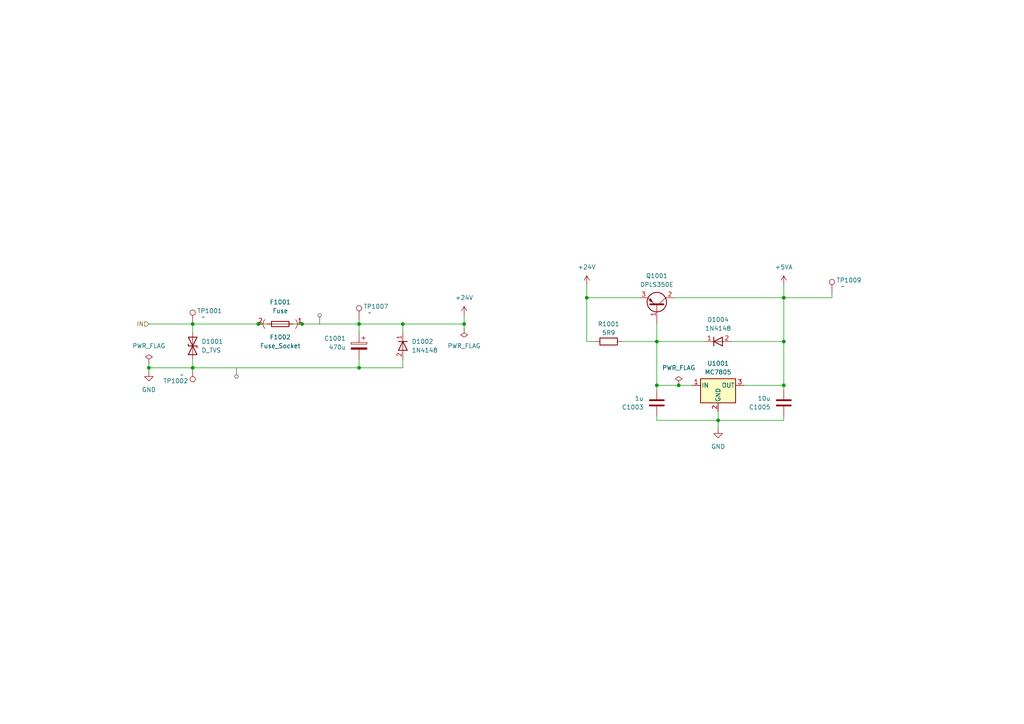
<source format=kicad_sch>
(kicad_sch
	(version 20231120)
	(generator "eeschema")
	(generator_version "8.0")
	(uuid "a768b1f9-9574-4771-884b-3f9a0cfd6706")
	(paper "A4")
	(title_block
		(title "Measurement")
		(date "2025-02-23")
		(rev "0.0.0")
		(company "Open Battery Tester")
		(comment 1 "Power")
	)
	(lib_symbols
		(symbol "Fuse_Socket_1"
			(pin_names
				(offset 0)
			)
			(exclude_from_sim no)
			(in_bom yes)
			(on_board yes)
			(property "Reference" "F"
				(at -0.508 0 90)
				(effects
					(font
						(size 1.27 1.27)
					)
				)
			)
			(property "Value" "Fuse_Socket"
				(at -2.54 0 90)
				(effects
					(font
						(size 1.27 1.27)
					)
				)
			)
			(property "Footprint" ""
				(at -1.778 0 90)
				(effects
					(font
						(size 1.27 1.27)
					)
					(hide yes)
				)
			)
			(property "Datasheet" "~"
				(at -2.54 0 0)
				(effects
					(font
						(size 1.27 1.27)
					)
					(hide yes)
				)
			)
			(property "Description" "Fuse"
				(at 0 0 0)
				(effects
					(font
						(size 1.27 1.27)
					)
					(hide yes)
				)
			)
			(property "ki_keywords" "fuse socket"
				(at 0 0 0)
				(effects
					(font
						(size 1.27 1.27)
					)
					(hide yes)
				)
			)
			(property "ki_fp_filters" "*Fuse*"
				(at 0 0 0)
				(effects
					(font
						(size 1.27 1.27)
					)
					(hide yes)
				)
			)
			(symbol "Fuse_Socket_1_0_1"
				(arc
					(start -1.27 -4.445)
					(mid 0 -4.9711)
					(end 1.27 -4.445)
					(stroke
						(width 0)
						(type default)
					)
					(fill
						(type none)
					)
				)
				(arc
					(start 1.27 4.4448)
					(mid 0 4.9709)
					(end -1.27 4.4448)
					(stroke
						(width 0)
						(type default)
					)
					(fill
						(type none)
					)
				)
			)
			(symbol "Fuse_Socket_1_1_1"
				(pin passive line
					(at 0 6.35 270)
					(length 1.27)
					(name "~"
						(effects
							(font
								(size 1.27 1.27)
							)
						)
					)
					(number "1"
						(effects
							(font
								(size 1.27 1.27)
							)
						)
					)
				)
				(pin passive line
					(at 0 -6.35 90)
					(length 1.27)
					(name "~"
						(effects
							(font
								(size 1.27 1.27)
							)
						)
					)
					(number "2"
						(effects
							(font
								(size 1.27 1.27)
							)
						)
					)
				)
			)
		)
		(symbol "meas:+24V"
			(power)
			(pin_numbers hide)
			(pin_names
				(offset 0) hide)
			(exclude_from_sim no)
			(in_bom yes)
			(on_board yes)
			(property "Reference" "#PWR"
				(at 0 -3.81 0)
				(effects
					(font
						(size 1.27 1.27)
					)
					(hide yes)
				)
			)
			(property "Value" "+24V"
				(at 0 3.556 0)
				(effects
					(font
						(size 1.27 1.27)
					)
				)
			)
			(property "Footprint" ""
				(at 0 0 0)
				(effects
					(font
						(size 1.27 1.27)
					)
					(hide yes)
				)
			)
			(property "Datasheet" ""
				(at 0 0 0)
				(effects
					(font
						(size 1.27 1.27)
					)
					(hide yes)
				)
			)
			(property "Description" "Power symbol creates a global label with name \"+24V\""
				(at 0 0 0)
				(effects
					(font
						(size 1.27 1.27)
					)
					(hide yes)
				)
			)
			(property "ki_keywords" "global power"
				(at 0 0 0)
				(effects
					(font
						(size 1.27 1.27)
					)
					(hide yes)
				)
			)
			(symbol "+24V_0_1"
				(polyline
					(pts
						(xy -0.762 1.27) (xy 0 2.54)
					)
					(stroke
						(width 0)
						(type default)
					)
					(fill
						(type none)
					)
				)
				(polyline
					(pts
						(xy 0 0) (xy 0 2.54)
					)
					(stroke
						(width 0)
						(type default)
					)
					(fill
						(type none)
					)
				)
				(polyline
					(pts
						(xy 0 2.54) (xy 0.762 1.27)
					)
					(stroke
						(width 0)
						(type default)
					)
					(fill
						(type none)
					)
				)
			)
			(symbol "+24V_1_1"
				(pin power_in line
					(at 0 0 90)
					(length 0)
					(name "~"
						(effects
							(font
								(size 1.27 1.27)
							)
						)
					)
					(number "1"
						(effects
							(font
								(size 1.27 1.27)
							)
						)
					)
				)
			)
		)
		(symbol "meas:+5VA"
			(power)
			(pin_numbers hide)
			(pin_names
				(offset 0) hide)
			(exclude_from_sim no)
			(in_bom yes)
			(on_board yes)
			(property "Reference" "#PWR"
				(at 0 -3.81 0)
				(effects
					(font
						(size 1.27 1.27)
					)
					(hide yes)
				)
			)
			(property "Value" "+5VA"
				(at 0 3.556 0)
				(effects
					(font
						(size 1.27 1.27)
					)
				)
			)
			(property "Footprint" ""
				(at 0 0 0)
				(effects
					(font
						(size 1.27 1.27)
					)
					(hide yes)
				)
			)
			(property "Datasheet" ""
				(at 0 0 0)
				(effects
					(font
						(size 1.27 1.27)
					)
					(hide yes)
				)
			)
			(property "Description" "Power symbol creates a global label with name \"+5VA\""
				(at 0 0 0)
				(effects
					(font
						(size 1.27 1.27)
					)
					(hide yes)
				)
			)
			(property "ki_keywords" "global power"
				(at 0 0 0)
				(effects
					(font
						(size 1.27 1.27)
					)
					(hide yes)
				)
			)
			(symbol "+5VA_0_1"
				(polyline
					(pts
						(xy -0.762 1.27) (xy 0 2.54)
					)
					(stroke
						(width 0)
						(type default)
					)
					(fill
						(type none)
					)
				)
				(polyline
					(pts
						(xy 0 0) (xy 0 2.54)
					)
					(stroke
						(width 0)
						(type default)
					)
					(fill
						(type none)
					)
				)
				(polyline
					(pts
						(xy 0 2.54) (xy 0.762 1.27)
					)
					(stroke
						(width 0)
						(type default)
					)
					(fill
						(type none)
					)
				)
			)
			(symbol "+5VA_1_1"
				(pin power_in line
					(at 0 0 90)
					(length 0)
					(name "~"
						(effects
							(font
								(size 1.27 1.27)
							)
						)
					)
					(number "1"
						(effects
							(font
								(size 1.27 1.27)
							)
						)
					)
				)
			)
		)
		(symbol "meas:C"
			(pin_numbers hide)
			(pin_names
				(offset 0.254)
			)
			(exclude_from_sim no)
			(in_bom yes)
			(on_board yes)
			(property "Reference" "C"
				(at 0.635 2.54 0)
				(effects
					(font
						(size 1.27 1.27)
					)
					(justify left)
				)
			)
			(property "Value" "C"
				(at 0.635 -2.54 0)
				(effects
					(font
						(size 1.27 1.27)
					)
					(justify left)
				)
			)
			(property "Footprint" ""
				(at 0.9652 -3.81 0)
				(effects
					(font
						(size 1.27 1.27)
					)
					(hide yes)
				)
			)
			(property "Datasheet" "~"
				(at 0 0 0)
				(effects
					(font
						(size 1.27 1.27)
					)
					(hide yes)
				)
			)
			(property "Description" "Unpolarized capacitor"
				(at 0 0 0)
				(effects
					(font
						(size 1.27 1.27)
					)
					(hide yes)
				)
			)
			(property "ki_keywords" "cap capacitor"
				(at 0 0 0)
				(effects
					(font
						(size 1.27 1.27)
					)
					(hide yes)
				)
			)
			(property "ki_fp_filters" "C_*"
				(at 0 0 0)
				(effects
					(font
						(size 1.27 1.27)
					)
					(hide yes)
				)
			)
			(symbol "C_0_1"
				(polyline
					(pts
						(xy -2.032 -0.762) (xy 2.032 -0.762)
					)
					(stroke
						(width 0.508)
						(type default)
					)
					(fill
						(type none)
					)
				)
				(polyline
					(pts
						(xy -2.032 0.762) (xy 2.032 0.762)
					)
					(stroke
						(width 0.508)
						(type default)
					)
					(fill
						(type none)
					)
				)
			)
			(symbol "C_1_1"
				(pin passive line
					(at 0 3.81 270)
					(length 2.794)
					(name "~"
						(effects
							(font
								(size 1.27 1.27)
							)
						)
					)
					(number "1"
						(effects
							(font
								(size 1.27 1.27)
							)
						)
					)
				)
				(pin passive line
					(at 0 -3.81 90)
					(length 2.794)
					(name "~"
						(effects
							(font
								(size 1.27 1.27)
							)
						)
					)
					(number "2"
						(effects
							(font
								(size 1.27 1.27)
							)
						)
					)
				)
			)
		)
		(symbol "meas:C_Polarized"
			(pin_numbers hide)
			(pin_names
				(offset 0.254)
			)
			(exclude_from_sim no)
			(in_bom yes)
			(on_board yes)
			(property "Reference" "C"
				(at 0.635 2.54 0)
				(effects
					(font
						(size 1.27 1.27)
					)
					(justify left)
				)
			)
			(property "Value" "C_Polarized"
				(at 0.635 -2.54 0)
				(effects
					(font
						(size 1.27 1.27)
					)
					(justify left)
				)
			)
			(property "Footprint" ""
				(at 0.9652 -3.81 0)
				(effects
					(font
						(size 1.27 1.27)
					)
					(hide yes)
				)
			)
			(property "Datasheet" "~"
				(at 0 0 0)
				(effects
					(font
						(size 1.27 1.27)
					)
					(hide yes)
				)
			)
			(property "Description" "Polarized capacitor"
				(at 0 0 0)
				(effects
					(font
						(size 1.27 1.27)
					)
					(hide yes)
				)
			)
			(property "ki_keywords" "cap capacitor"
				(at 0 0 0)
				(effects
					(font
						(size 1.27 1.27)
					)
					(hide yes)
				)
			)
			(property "ki_fp_filters" "CP_*"
				(at 0 0 0)
				(effects
					(font
						(size 1.27 1.27)
					)
					(hide yes)
				)
			)
			(symbol "C_Polarized_0_1"
				(rectangle
					(start -2.286 -0.508)
					(end 2.286 -1.016)
					(stroke
						(width 0)
						(type default)
					)
					(fill
						(type outline)
					)
				)
				(rectangle
					(start -2.286 0.508)
					(end 2.286 1.016)
					(stroke
						(width 0)
						(type default)
					)
					(fill
						(type none)
					)
				)
				(polyline
					(pts
						(xy -1.778 2.286) (xy -0.762 2.286)
					)
					(stroke
						(width 0)
						(type default)
					)
					(fill
						(type none)
					)
				)
				(polyline
					(pts
						(xy -1.27 2.794) (xy -1.27 1.778)
					)
					(stroke
						(width 0)
						(type default)
					)
					(fill
						(type none)
					)
				)
			)
			(symbol "C_Polarized_1_1"
				(pin passive line
					(at 0 3.81 270)
					(length 2.794)
					(name "~"
						(effects
							(font
								(size 1.27 1.27)
							)
						)
					)
					(number "1"
						(effects
							(font
								(size 1.27 1.27)
							)
						)
					)
				)
				(pin passive line
					(at 0 -3.81 90)
					(length 2.794)
					(name "~"
						(effects
							(font
								(size 1.27 1.27)
							)
						)
					)
					(number "2"
						(effects
							(font
								(size 1.27 1.27)
							)
						)
					)
				)
			)
		)
		(symbol "meas:D"
			(pin_names
				(offset 1.016) hide)
			(exclude_from_sim no)
			(in_bom yes)
			(on_board yes)
			(property "Reference" "D"
				(at 0 2.54 0)
				(effects
					(font
						(size 1.27 1.27)
					)
				)
			)
			(property "Value" "D"
				(at 0 -2.54 0)
				(effects
					(font
						(size 1.27 1.27)
					)
				)
			)
			(property "Footprint" ""
				(at 0 0 0)
				(effects
					(font
						(size 1.27 1.27)
					)
					(hide yes)
				)
			)
			(property "Datasheet" "~"
				(at 0 0 0)
				(effects
					(font
						(size 1.27 1.27)
					)
					(hide yes)
				)
			)
			(property "Description" "Diode"
				(at 0 0 0)
				(effects
					(font
						(size 1.27 1.27)
					)
					(hide yes)
				)
			)
			(property "Sim.Device" "D"
				(at 0 0 0)
				(effects
					(font
						(size 1.27 1.27)
					)
					(hide yes)
				)
			)
			(property "Sim.Pins" "1=K 2=A"
				(at 0 0 0)
				(effects
					(font
						(size 1.27 1.27)
					)
					(hide yes)
				)
			)
			(property "ki_keywords" "diode"
				(at 0 0 0)
				(effects
					(font
						(size 1.27 1.27)
					)
					(hide yes)
				)
			)
			(property "ki_fp_filters" "TO-???* *_Diode_* *SingleDiode* D_*"
				(at 0 0 0)
				(effects
					(font
						(size 1.27 1.27)
					)
					(hide yes)
				)
			)
			(symbol "D_0_1"
				(polyline
					(pts
						(xy -1.27 1.27) (xy -1.27 -1.27)
					)
					(stroke
						(width 0.254)
						(type default)
					)
					(fill
						(type none)
					)
				)
				(polyline
					(pts
						(xy 1.27 0) (xy -1.27 0)
					)
					(stroke
						(width 0)
						(type default)
					)
					(fill
						(type none)
					)
				)
				(polyline
					(pts
						(xy 1.27 1.27) (xy 1.27 -1.27) (xy -1.27 0) (xy 1.27 1.27)
					)
					(stroke
						(width 0.254)
						(type default)
					)
					(fill
						(type none)
					)
				)
			)
			(symbol "D_1_1"
				(pin passive line
					(at -3.81 0 0)
					(length 2.54)
					(name "K"
						(effects
							(font
								(size 1.27 1.27)
							)
						)
					)
					(number "1"
						(effects
							(font
								(size 1.27 1.27)
							)
						)
					)
				)
				(pin passive line
					(at 3.81 0 180)
					(length 2.54)
					(name "A"
						(effects
							(font
								(size 1.27 1.27)
							)
						)
					)
					(number "2"
						(effects
							(font
								(size 1.27 1.27)
							)
						)
					)
				)
			)
		)
		(symbol "meas:D_TVS"
			(pin_numbers hide)
			(pin_names
				(offset 1.016) hide)
			(exclude_from_sim no)
			(in_bom yes)
			(on_board yes)
			(property "Reference" "D"
				(at 0 2.54 0)
				(effects
					(font
						(size 1.27 1.27)
					)
				)
			)
			(property "Value" "D_TVS"
				(at 0 -2.54 0)
				(effects
					(font
						(size 1.27 1.27)
					)
				)
			)
			(property "Footprint" ""
				(at 0 0 0)
				(effects
					(font
						(size 1.27 1.27)
					)
					(hide yes)
				)
			)
			(property "Datasheet" "~"
				(at 0 0 0)
				(effects
					(font
						(size 1.27 1.27)
					)
					(hide yes)
				)
			)
			(property "Description" "Bidirectional transient-voltage-suppression diode"
				(at 0 0 0)
				(effects
					(font
						(size 1.27 1.27)
					)
					(hide yes)
				)
			)
			(property "ki_keywords" "diode TVS thyrector"
				(at 0 0 0)
				(effects
					(font
						(size 1.27 1.27)
					)
					(hide yes)
				)
			)
			(property "ki_fp_filters" "TO-???* *_Diode_* *SingleDiode* D_*"
				(at 0 0 0)
				(effects
					(font
						(size 1.27 1.27)
					)
					(hide yes)
				)
			)
			(symbol "D_TVS_0_1"
				(polyline
					(pts
						(xy 1.27 0) (xy -1.27 0)
					)
					(stroke
						(width 0)
						(type default)
					)
					(fill
						(type none)
					)
				)
				(polyline
					(pts
						(xy 0.508 1.27) (xy 0 1.27) (xy 0 -1.27) (xy -0.508 -1.27)
					)
					(stroke
						(width 0.254)
						(type default)
					)
					(fill
						(type none)
					)
				)
				(polyline
					(pts
						(xy -2.54 1.27) (xy -2.54 -1.27) (xy 2.54 1.27) (xy 2.54 -1.27) (xy -2.54 1.27)
					)
					(stroke
						(width 0.254)
						(type default)
					)
					(fill
						(type none)
					)
				)
			)
			(symbol "D_TVS_1_1"
				(pin passive line
					(at -3.81 0 0)
					(length 2.54)
					(name "A1"
						(effects
							(font
								(size 1.27 1.27)
							)
						)
					)
					(number "1"
						(effects
							(font
								(size 1.27 1.27)
							)
						)
					)
				)
				(pin passive line
					(at 3.81 0 180)
					(length 2.54)
					(name "A2"
						(effects
							(font
								(size 1.27 1.27)
							)
						)
					)
					(number "2"
						(effects
							(font
								(size 1.27 1.27)
							)
						)
					)
				)
			)
		)
		(symbol "meas:Fuse"
			(pin_numbers hide)
			(pin_names
				(offset 0)
			)
			(exclude_from_sim no)
			(in_bom yes)
			(on_board yes)
			(property "Reference" "F"
				(at 2.032 0 90)
				(effects
					(font
						(size 1.27 1.27)
					)
				)
			)
			(property "Value" "Fuse"
				(at -1.905 0 90)
				(effects
					(font
						(size 1.27 1.27)
					)
				)
			)
			(property "Footprint" ""
				(at -1.778 0 90)
				(effects
					(font
						(size 1.27 1.27)
					)
					(hide yes)
				)
			)
			(property "Datasheet" "~"
				(at 0 0 0)
				(effects
					(font
						(size 1.27 1.27)
					)
					(hide yes)
				)
			)
			(property "Description" "Fuse"
				(at 0 0 0)
				(effects
					(font
						(size 1.27 1.27)
					)
					(hide yes)
				)
			)
			(property "ki_keywords" "fuse"
				(at 0 0 0)
				(effects
					(font
						(size 1.27 1.27)
					)
					(hide yes)
				)
			)
			(property "ki_fp_filters" "*Fuse*"
				(at 0 0 0)
				(effects
					(font
						(size 1.27 1.27)
					)
					(hide yes)
				)
			)
			(symbol "Fuse_0_1"
				(rectangle
					(start -0.762 -2.54)
					(end 0.762 2.54)
					(stroke
						(width 0.254)
						(type default)
					)
					(fill
						(type none)
					)
				)
				(polyline
					(pts
						(xy 0 2.54) (xy 0 -2.54)
					)
					(stroke
						(width 0)
						(type default)
					)
					(fill
						(type none)
					)
				)
			)
			(symbol "Fuse_1_1"
				(pin passive line
					(at 0 3.81 270)
					(length 1.27)
					(name "~"
						(effects
							(font
								(size 1.27 1.27)
							)
						)
					)
					(number "1"
						(effects
							(font
								(size 1.27 1.27)
							)
						)
					)
				)
				(pin passive line
					(at 0 -3.81 90)
					(length 1.27)
					(name "~"
						(effects
							(font
								(size 1.27 1.27)
							)
						)
					)
					(number "2"
						(effects
							(font
								(size 1.27 1.27)
							)
						)
					)
				)
			)
		)
		(symbol "meas:GND"
			(power)
			(pin_numbers hide)
			(pin_names
				(offset 0) hide)
			(exclude_from_sim no)
			(in_bom yes)
			(on_board yes)
			(property "Reference" "#PWR"
				(at 0 -6.35 0)
				(effects
					(font
						(size 1.27 1.27)
					)
					(hide yes)
				)
			)
			(property "Value" "GND"
				(at 0 -3.81 0)
				(effects
					(font
						(size 1.27 1.27)
					)
				)
			)
			(property "Footprint" ""
				(at 0 0 0)
				(effects
					(font
						(size 1.27 1.27)
					)
					(hide yes)
				)
			)
			(property "Datasheet" ""
				(at 0 0 0)
				(effects
					(font
						(size 1.27 1.27)
					)
					(hide yes)
				)
			)
			(property "Description" "Power symbol creates a global label with name \"GND\" , ground"
				(at 0 0 0)
				(effects
					(font
						(size 1.27 1.27)
					)
					(hide yes)
				)
			)
			(property "ki_keywords" "global power"
				(at 0 0 0)
				(effects
					(font
						(size 1.27 1.27)
					)
					(hide yes)
				)
			)
			(symbol "GND_0_1"
				(polyline
					(pts
						(xy 0 0) (xy 0 -1.27) (xy 1.27 -1.27) (xy 0 -2.54) (xy -1.27 -1.27) (xy 0 -1.27)
					)
					(stroke
						(width 0)
						(type default)
					)
					(fill
						(type none)
					)
				)
			)
			(symbol "GND_1_1"
				(pin power_in line
					(at 0 0 270)
					(length 0)
					(name "~"
						(effects
							(font
								(size 1.27 1.27)
							)
						)
					)
					(number "1"
						(effects
							(font
								(size 1.27 1.27)
							)
						)
					)
				)
			)
		)
		(symbol "meas:MC7805"
			(pin_names
				(offset 0.254)
			)
			(exclude_from_sim no)
			(in_bom yes)
			(on_board yes)
			(property "Reference" "U"
				(at -3.81 3.175 0)
				(effects
					(font
						(size 1.27 1.27)
					)
				)
			)
			(property "Value" "MC7805"
				(at 0 3.175 0)
				(effects
					(font
						(size 1.27 1.27)
					)
					(justify left)
				)
			)
			(property "Footprint" ""
				(at 0.635 -3.81 0)
				(effects
					(font
						(size 1.27 1.27)
						(italic yes)
					)
					(justify left)
					(hide yes)
				)
			)
			(property "Datasheet" "https://www.mouser.de/datasheet/2/308/1/MC7800_D-2315963.pdf"
				(at 0 -1.27 0)
				(effects
					(font
						(size 1.27 1.27)
					)
					(hide yes)
				)
			)
			(property "Description" "Positive 1A 35V Linear Regulator, Fixed Output 5V, TO-220/D2PAK/DPAK"
				(at 0 0 0)
				(effects
					(font
						(size 1.27 1.27)
					)
					(hide yes)
				)
			)
			(property "ki_keywords" "Voltage Regulator 1.5A Positive"
				(at 0 0 0)
				(effects
					(font
						(size 1.27 1.27)
					)
					(hide yes)
				)
			)
			(symbol "MC7805_0_1"
				(rectangle
					(start -5.08 1.905)
					(end 5.08 -5.08)
					(stroke
						(width 0.254)
						(type default)
					)
					(fill
						(type background)
					)
				)
			)
			(symbol "MC7805_1_1"
				(pin power_in line
					(at -7.62 0 0)
					(length 2.54)
					(name "IN"
						(effects
							(font
								(size 1.27 1.27)
							)
						)
					)
					(number "1"
						(effects
							(font
								(size 1.27 1.27)
							)
						)
					)
				)
				(pin power_in line
					(at 0 -7.62 90)
					(length 2.54)
					(name "GND"
						(effects
							(font
								(size 1.27 1.27)
							)
						)
					)
					(number "2"
						(effects
							(font
								(size 1.27 1.27)
							)
						)
					)
				)
				(pin power_out line
					(at 7.62 0 180)
					(length 2.54)
					(name "OUT"
						(effects
							(font
								(size 1.27 1.27)
							)
						)
					)
					(number "3"
						(effects
							(font
								(size 1.27 1.27)
							)
						)
					)
				)
			)
		)
		(symbol "meas:PWR_FLAG"
			(power)
			(pin_numbers hide)
			(pin_names
				(offset 0) hide)
			(exclude_from_sim no)
			(in_bom yes)
			(on_board yes)
			(property "Reference" "#FLG"
				(at 0 1.905 0)
				(effects
					(font
						(size 1.27 1.27)
					)
					(hide yes)
				)
			)
			(property "Value" "PWR_FLAG"
				(at 0 3.81 0)
				(effects
					(font
						(size 1.27 1.27)
					)
				)
			)
			(property "Footprint" ""
				(at 0 0 0)
				(effects
					(font
						(size 1.27 1.27)
					)
					(hide yes)
				)
			)
			(property "Datasheet" "~"
				(at 0 0 0)
				(effects
					(font
						(size 1.27 1.27)
					)
					(hide yes)
				)
			)
			(property "Description" "Special symbol for telling ERC where power comes from"
				(at 0 0 0)
				(effects
					(font
						(size 1.27 1.27)
					)
					(hide yes)
				)
			)
			(property "ki_keywords" "flag power"
				(at 0 0 0)
				(effects
					(font
						(size 1.27 1.27)
					)
					(hide yes)
				)
			)
			(symbol "PWR_FLAG_0_0"
				(pin power_out line
					(at 0 0 90)
					(length 0)
					(name "~"
						(effects
							(font
								(size 1.27 1.27)
							)
						)
					)
					(number "1"
						(effects
							(font
								(size 1.27 1.27)
							)
						)
					)
				)
			)
			(symbol "PWR_FLAG_0_1"
				(polyline
					(pts
						(xy 0 0) (xy 0 1.27) (xy -1.016 1.905) (xy 0 2.54) (xy 1.016 1.905) (xy 0 1.27)
					)
					(stroke
						(width 0)
						(type default)
					)
					(fill
						(type none)
					)
				)
			)
		)
		(symbol "meas:Q_PNP_BCE"
			(pin_names
				(offset 0) hide)
			(exclude_from_sim no)
			(in_bom yes)
			(on_board yes)
			(property "Reference" "Q"
				(at 5.08 1.27 0)
				(effects
					(font
						(size 1.27 1.27)
					)
					(justify left)
				)
			)
			(property "Value" "Q_PNP_BCE"
				(at 5.08 -1.27 0)
				(effects
					(font
						(size 1.27 1.27)
					)
					(justify left)
				)
			)
			(property "Footprint" ""
				(at 5.08 2.54 0)
				(effects
					(font
						(size 1.27 1.27)
					)
					(hide yes)
				)
			)
			(property "Datasheet" "~"
				(at 0 0 0)
				(effects
					(font
						(size 1.27 1.27)
					)
					(hide yes)
				)
			)
			(property "Description" "PNP transistor, base/collector/emitter"
				(at 0 0 0)
				(effects
					(font
						(size 1.27 1.27)
					)
					(hide yes)
				)
			)
			(property "ki_keywords" "transistor PNP"
				(at 0 0 0)
				(effects
					(font
						(size 1.27 1.27)
					)
					(hide yes)
				)
			)
			(symbol "Q_PNP_BCE_0_1"
				(polyline
					(pts
						(xy 0.635 0.635) (xy 2.54 2.54)
					)
					(stroke
						(width 0)
						(type default)
					)
					(fill
						(type none)
					)
				)
				(polyline
					(pts
						(xy 0.635 -0.635) (xy 2.54 -2.54) (xy 2.54 -2.54)
					)
					(stroke
						(width 0)
						(type default)
					)
					(fill
						(type none)
					)
				)
				(polyline
					(pts
						(xy 0.635 1.905) (xy 0.635 -1.905) (xy 0.635 -1.905)
					)
					(stroke
						(width 0.508)
						(type default)
					)
					(fill
						(type none)
					)
				)
				(polyline
					(pts
						(xy 2.286 -1.778) (xy 1.778 -2.286) (xy 1.27 -1.27) (xy 2.286 -1.778) (xy 2.286 -1.778)
					)
					(stroke
						(width 0)
						(type default)
					)
					(fill
						(type outline)
					)
				)
				(circle
					(center 1.27 0)
					(radius 2.8194)
					(stroke
						(width 0.254)
						(type default)
					)
					(fill
						(type none)
					)
				)
			)
			(symbol "Q_PNP_BCE_1_1"
				(pin input line
					(at -5.08 0 0)
					(length 5.715)
					(name "B"
						(effects
							(font
								(size 1.27 1.27)
							)
						)
					)
					(number "1"
						(effects
							(font
								(size 1.27 1.27)
							)
						)
					)
				)
				(pin passive line
					(at 2.54 5.08 270)
					(length 2.54)
					(name "C"
						(effects
							(font
								(size 1.27 1.27)
							)
						)
					)
					(number "2"
						(effects
							(font
								(size 1.27 1.27)
							)
						)
					)
				)
				(pin passive line
					(at 2.54 -5.08 90)
					(length 2.54)
					(name "E"
						(effects
							(font
								(size 1.27 1.27)
							)
						)
					)
					(number "3"
						(effects
							(font
								(size 1.27 1.27)
							)
						)
					)
				)
			)
		)
		(symbol "meas:R"
			(pin_numbers hide)
			(pin_names
				(offset 0)
			)
			(exclude_from_sim no)
			(in_bom yes)
			(on_board yes)
			(property "Reference" "R"
				(at 2.032 0 90)
				(effects
					(font
						(size 1.27 1.27)
					)
				)
			)
			(property "Value" "R"
				(at 0 0 90)
				(effects
					(font
						(size 1.27 1.27)
					)
				)
			)
			(property "Footprint" ""
				(at -1.778 0 90)
				(effects
					(font
						(size 1.27 1.27)
					)
					(hide yes)
				)
			)
			(property "Datasheet" "~"
				(at 0 0 0)
				(effects
					(font
						(size 1.27 1.27)
					)
					(hide yes)
				)
			)
			(property "Description" "Resistor"
				(at 0 0 0)
				(effects
					(font
						(size 1.27 1.27)
					)
					(hide yes)
				)
			)
			(property "ki_keywords" "R res resistor"
				(at 0 0 0)
				(effects
					(font
						(size 1.27 1.27)
					)
					(hide yes)
				)
			)
			(property "ki_fp_filters" "R_*"
				(at 0 0 0)
				(effects
					(font
						(size 1.27 1.27)
					)
					(hide yes)
				)
			)
			(symbol "R_0_1"
				(rectangle
					(start -1.016 -2.54)
					(end 1.016 2.54)
					(stroke
						(width 0.254)
						(type default)
					)
					(fill
						(type none)
					)
				)
			)
			(symbol "R_1_1"
				(pin passive line
					(at 0 3.81 270)
					(length 1.27)
					(name "~"
						(effects
							(font
								(size 1.27 1.27)
							)
						)
					)
					(number "1"
						(effects
							(font
								(size 1.27 1.27)
							)
						)
					)
				)
				(pin passive line
					(at 0 -3.81 90)
					(length 1.27)
					(name "~"
						(effects
							(font
								(size 1.27 1.27)
							)
						)
					)
					(number "2"
						(effects
							(font
								(size 1.27 1.27)
							)
						)
					)
				)
			)
		)
		(symbol "meas:TestPoint"
			(pin_numbers hide)
			(pin_names
				(offset 0.762) hide)
			(exclude_from_sim no)
			(in_bom yes)
			(on_board yes)
			(property "Reference" "TP"
				(at 0 6.858 0)
				(effects
					(font
						(size 1.27 1.27)
					)
				)
			)
			(property "Value" "TestPoint"
				(at 0 5.08 0)
				(effects
					(font
						(size 1.27 1.27)
					)
				)
			)
			(property "Footprint" ""
				(at 5.08 0 0)
				(effects
					(font
						(size 1.27 1.27)
					)
					(hide yes)
				)
			)
			(property "Datasheet" "~"
				(at 5.08 0 0)
				(effects
					(font
						(size 1.27 1.27)
					)
					(hide yes)
				)
			)
			(property "Description" "test point"
				(at 0 0 0)
				(effects
					(font
						(size 1.27 1.27)
					)
					(hide yes)
				)
			)
			(property "ki_keywords" "test point tp"
				(at 0 0 0)
				(effects
					(font
						(size 1.27 1.27)
					)
					(hide yes)
				)
			)
			(property "ki_fp_filters" "Pin* Test*"
				(at 0 0 0)
				(effects
					(font
						(size 1.27 1.27)
					)
					(hide yes)
				)
			)
			(symbol "TestPoint_0_1"
				(circle
					(center 0 3.302)
					(radius 0.762)
					(stroke
						(width 0)
						(type default)
					)
					(fill
						(type none)
					)
				)
			)
			(symbol "TestPoint_1_1"
				(pin passive line
					(at 0 0 90)
					(length 2.54)
					(name "1"
						(effects
							(font
								(size 1.27 1.27)
							)
						)
					)
					(number "1"
						(effects
							(font
								(size 1.27 1.27)
							)
						)
					)
				)
			)
		)
	)
	(junction
		(at 190.5 111.76)
		(diameter 0)
		(color 0 0 0 0)
		(uuid "072f2b9c-865e-4f90-94fd-c68fd33b1dda")
	)
	(junction
		(at 104.14 106.68)
		(diameter 0)
		(color 0 0 0 0)
		(uuid "099ca269-e77d-4ac2-a0b3-68f546e0c61e")
	)
	(junction
		(at 227.33 86.36)
		(diameter 0)
		(color 0 0 0 0)
		(uuid "0d309840-688a-41c6-8ad8-ffd89939aca7")
	)
	(junction
		(at 227.33 99.06)
		(diameter 0)
		(color 0 0 0 0)
		(uuid "138e89c3-cd60-4c9e-9ce7-e868dcffb0ad")
	)
	(junction
		(at 208.28 121.92)
		(diameter 0)
		(color 0 0 0 0)
		(uuid "1c15006b-9a9a-4dee-ae42-176db04ea91b")
	)
	(junction
		(at 190.5 99.06)
		(diameter 0)
		(color 0 0 0 0)
		(uuid "2cdaee6e-56a4-4512-8220-39324b3ef175")
	)
	(junction
		(at 196.85 111.76)
		(diameter 0)
		(color 0 0 0 0)
		(uuid "2edeb345-8567-4892-88bf-ca4635277cca")
	)
	(junction
		(at 74.93 93.98)
		(diameter 0)
		(color 0 0 0 0)
		(uuid "6065400b-6144-4a7f-98ad-9f6b1ee3f712")
	)
	(junction
		(at 55.88 93.98)
		(diameter 0)
		(color 0 0 0 0)
		(uuid "7aa213e3-e24c-4e77-af30-c3d0214150e0")
	)
	(junction
		(at 87.63 93.98)
		(diameter 0)
		(color 0 0 0 0)
		(uuid "822ab684-81e1-44ee-ace8-7a6671b0c592")
	)
	(junction
		(at 104.14 93.98)
		(diameter 0)
		(color 0 0 0 0)
		(uuid "8859b8f5-4381-4a7d-a2ff-c62a4f9bad1f")
	)
	(junction
		(at 227.33 111.76)
		(diameter 0)
		(color 0 0 0 0)
		(uuid "959cb1ad-a9fb-4183-9807-1aadfd4b3b1a")
	)
	(junction
		(at 170.18 86.36)
		(diameter 0)
		(color 0 0 0 0)
		(uuid "a7d054cf-8a9b-4d11-b3a8-334c513e3118")
	)
	(junction
		(at 134.62 93.98)
		(diameter 0)
		(color 0 0 0 0)
		(uuid "c51bbb33-cdd8-41c3-9648-92ffbf93ca87")
	)
	(junction
		(at 116.84 93.98)
		(diameter 0)
		(color 0 0 0 0)
		(uuid "eb7b7e2b-d004-4440-83ed-70547f94226b")
	)
	(junction
		(at 43.18 106.68)
		(diameter 0)
		(color 0 0 0 0)
		(uuid "ecb0b838-20d1-428d-af60-90af36ad2d47")
	)
	(junction
		(at 55.88 106.68)
		(diameter 0)
		(color 0 0 0 0)
		(uuid "f6fe9bf2-10b7-40f5-969d-b4673e6fcb0a")
	)
	(wire
		(pts
			(xy 170.18 99.06) (xy 170.18 86.36)
		)
		(stroke
			(width 0)
			(type default)
		)
		(uuid "01a47539-750e-4726-8d07-2269cde58f7e")
	)
	(wire
		(pts
			(xy 104.14 93.98) (xy 104.14 96.52)
		)
		(stroke
			(width 0)
			(type default)
		)
		(uuid "030c4e86-e1bb-4dde-a089-7510bde3f68e")
	)
	(wire
		(pts
			(xy 116.84 106.68) (xy 116.84 104.14)
		)
		(stroke
			(width 0)
			(type default)
		)
		(uuid "178f480f-5fd1-4576-8bbe-dc7141937112")
	)
	(wire
		(pts
			(xy 195.58 86.36) (xy 227.33 86.36)
		)
		(stroke
			(width 0)
			(type default)
		)
		(uuid "181226f1-c217-4cc6-ada4-fb277977fd82")
	)
	(wire
		(pts
			(xy 104.14 104.14) (xy 104.14 106.68)
		)
		(stroke
			(width 0)
			(type default)
		)
		(uuid "1c6a4206-cf62-486e-980a-9a9bcbfd8b92")
	)
	(wire
		(pts
			(xy 170.18 86.36) (xy 185.42 86.36)
		)
		(stroke
			(width 0)
			(type default)
		)
		(uuid "1fd1446c-4bae-4bf5-940b-5e35bc60562e")
	)
	(wire
		(pts
			(xy 212.09 99.06) (xy 227.33 99.06)
		)
		(stroke
			(width 0)
			(type default)
		)
		(uuid "2052455c-b9a0-4ca4-99d0-39e60031ae15")
	)
	(wire
		(pts
			(xy 87.63 93.98) (xy 104.14 93.98)
		)
		(stroke
			(width 0)
			(type default)
		)
		(uuid "21b3ad1a-d5f4-42fe-ab98-5a4210016e14")
	)
	(wire
		(pts
			(xy 134.62 93.98) (xy 134.62 95.25)
		)
		(stroke
			(width 0)
			(type default)
		)
		(uuid "3b3ef0ed-2da2-48ac-b90c-2d9519aca7f7")
	)
	(wire
		(pts
			(xy 55.88 106.68) (xy 104.14 106.68)
		)
		(stroke
			(width 0)
			(type default)
		)
		(uuid "3bfab3e0-b79e-4d30-9ffc-78d065cefd34")
	)
	(wire
		(pts
			(xy 227.33 82.55) (xy 227.33 86.36)
		)
		(stroke
			(width 0)
			(type default)
		)
		(uuid "3cae9757-b6fe-4792-be7f-d6262273568d")
	)
	(wire
		(pts
			(xy 55.88 106.68) (xy 55.88 104.14)
		)
		(stroke
			(width 0)
			(type default)
		)
		(uuid "3e8a1273-fcb8-41cc-95b5-d556b2b73e3e")
	)
	(wire
		(pts
			(xy 196.85 111.76) (xy 200.66 111.76)
		)
		(stroke
			(width 0)
			(type default)
		)
		(uuid "40407894-e7a8-43d5-9614-4020ee27c987")
	)
	(wire
		(pts
			(xy 208.28 121.92) (xy 190.5 121.92)
		)
		(stroke
			(width 0)
			(type default)
		)
		(uuid "4e646b56-afad-448c-a7f6-5bdfc514d44c")
	)
	(wire
		(pts
			(xy 55.88 93.98) (xy 55.88 96.52)
		)
		(stroke
			(width 0)
			(type default)
		)
		(uuid "57932d50-7c37-4ec8-9712-f7dfee66569b")
	)
	(wire
		(pts
			(xy 55.88 93.98) (xy 74.93 93.98)
		)
		(stroke
			(width 0)
			(type default)
		)
		(uuid "5db5c7b3-250c-45cf-92ab-d76fdb9b0572")
	)
	(wire
		(pts
			(xy 134.62 91.44) (xy 134.62 93.98)
		)
		(stroke
			(width 0)
			(type default)
		)
		(uuid "5e2b7739-33d0-4eaa-bf60-50db505d8171")
	)
	(wire
		(pts
			(xy 104.14 92.71) (xy 104.14 93.98)
		)
		(stroke
			(width 0)
			(type default)
		)
		(uuid "5f0859da-83c8-446a-b7d4-832803a24824")
	)
	(wire
		(pts
			(xy 172.72 99.06) (xy 170.18 99.06)
		)
		(stroke
			(width 0)
			(type default)
		)
		(uuid "62881230-6cc1-405f-b602-b4d61541f9ab")
	)
	(wire
		(pts
			(xy 227.33 86.36) (xy 241.3 86.36)
		)
		(stroke
			(width 0)
			(type default)
		)
		(uuid "62fb9f43-731c-4075-9b85-42aae343ac50")
	)
	(wire
		(pts
			(xy 104.14 106.68) (xy 116.84 106.68)
		)
		(stroke
			(width 0)
			(type default)
		)
		(uuid "664b074c-3293-4d1b-b2b6-86f857d229b1")
	)
	(wire
		(pts
			(xy 241.3 85.09) (xy 241.3 86.36)
		)
		(stroke
			(width 0)
			(type default)
		)
		(uuid "6cf77bc7-8ba7-4019-86f2-a98c5087b47a")
	)
	(wire
		(pts
			(xy 227.33 86.36) (xy 227.33 99.06)
		)
		(stroke
			(width 0)
			(type default)
		)
		(uuid "6d7e1426-2f50-485a-bc8b-2609bcb25483")
	)
	(wire
		(pts
			(xy 55.88 93.98) (xy 43.18 93.98)
		)
		(stroke
			(width 0)
			(type default)
		)
		(uuid "7029a62a-2400-4df1-a606-5798ed9b8d90")
	)
	(wire
		(pts
			(xy 104.14 93.98) (xy 116.84 93.98)
		)
		(stroke
			(width 0)
			(type default)
		)
		(uuid "719ae6fc-faae-4254-bd0d-b4febb30a2b5")
	)
	(wire
		(pts
			(xy 74.93 93.98) (xy 77.47 93.98)
		)
		(stroke
			(width 0)
			(type default)
		)
		(uuid "71f3cc24-7405-4ec1-a44b-f4941caa301f")
	)
	(wire
		(pts
			(xy 190.5 93.98) (xy 190.5 99.06)
		)
		(stroke
			(width 0)
			(type default)
		)
		(uuid "72e7d56d-286a-4b02-8feb-6e4809ccc25a")
	)
	(wire
		(pts
			(xy 190.5 111.76) (xy 196.85 111.76)
		)
		(stroke
			(width 0)
			(type default)
		)
		(uuid "76543e7b-0969-4514-b47b-b96a3452e501")
	)
	(wire
		(pts
			(xy 116.84 96.52) (xy 116.84 93.98)
		)
		(stroke
			(width 0)
			(type default)
		)
		(uuid "796ddd19-c4df-4360-ba1e-31ac91846dc8")
	)
	(wire
		(pts
			(xy 204.47 99.06) (xy 190.5 99.06)
		)
		(stroke
			(width 0)
			(type default)
		)
		(uuid "7bb4fb4e-94bc-4292-ae2b-098ef8f6dc06")
	)
	(wire
		(pts
			(xy 170.18 82.55) (xy 170.18 86.36)
		)
		(stroke
			(width 0)
			(type default)
		)
		(uuid "7e22bcbb-f7ef-435b-a554-a184919846e8")
	)
	(wire
		(pts
			(xy 43.18 106.68) (xy 55.88 106.68)
		)
		(stroke
			(width 0)
			(type default)
		)
		(uuid "85381d92-d178-4114-8e39-57c269c7a844")
	)
	(wire
		(pts
			(xy 215.9 111.76) (xy 227.33 111.76)
		)
		(stroke
			(width 0)
			(type default)
		)
		(uuid "8cd3a924-bf37-4eca-957f-18481f89d56c")
	)
	(wire
		(pts
			(xy 227.33 99.06) (xy 227.33 111.76)
		)
		(stroke
			(width 0)
			(type default)
		)
		(uuid "98989e7b-e0b6-47b2-b981-4c291fd219e6")
	)
	(wire
		(pts
			(xy 208.28 119.38) (xy 208.28 121.92)
		)
		(stroke
			(width 0)
			(type default)
		)
		(uuid "989e80ea-e3d5-4408-8ae2-79abb322a481")
	)
	(wire
		(pts
			(xy 227.33 121.92) (xy 208.28 121.92)
		)
		(stroke
			(width 0)
			(type default)
		)
		(uuid "ac33cdff-0986-40cf-b6db-5e04c0ffd21b")
	)
	(wire
		(pts
			(xy 43.18 107.95) (xy 43.18 106.68)
		)
		(stroke
			(width 0)
			(type default)
		)
		(uuid "b30778b2-667d-4f2a-b541-4587a41aed2b")
	)
	(wire
		(pts
			(xy 208.28 121.92) (xy 208.28 124.46)
		)
		(stroke
			(width 0)
			(type default)
		)
		(uuid "b30c0681-12de-4897-890b-46723396af33")
	)
	(wire
		(pts
			(xy 43.18 105.41) (xy 43.18 106.68)
		)
		(stroke
			(width 0)
			(type default)
		)
		(uuid "b35b2740-ce2b-48f5-bd3b-c0362683b2f1")
	)
	(wire
		(pts
			(xy 190.5 121.92) (xy 190.5 120.65)
		)
		(stroke
			(width 0)
			(type default)
		)
		(uuid "ccd66779-1db5-47ae-a449-ff258e50e8fc")
	)
	(wire
		(pts
			(xy 85.09 93.98) (xy 87.63 93.98)
		)
		(stroke
			(width 0)
			(type default)
		)
		(uuid "dcdc7855-7d30-444b-b0e0-2e834aa9a979")
	)
	(wire
		(pts
			(xy 116.84 93.98) (xy 134.62 93.98)
		)
		(stroke
			(width 0)
			(type default)
		)
		(uuid "e28cc168-c2b6-4676-afbc-15289d70026a")
	)
	(wire
		(pts
			(xy 190.5 99.06) (xy 190.5 111.76)
		)
		(stroke
			(width 0)
			(type default)
		)
		(uuid "e82d52f8-15dd-4154-bd47-ab0d9bbd068e")
	)
	(wire
		(pts
			(xy 190.5 111.76) (xy 190.5 113.03)
		)
		(stroke
			(width 0)
			(type default)
		)
		(uuid "ee773dba-8174-420a-b6af-8a63eda618de")
	)
	(wire
		(pts
			(xy 227.33 120.65) (xy 227.33 121.92)
		)
		(stroke
			(width 0)
			(type default)
		)
		(uuid "f2b85afc-6018-4e65-9894-f89ca7489872")
	)
	(wire
		(pts
			(xy 190.5 99.06) (xy 180.34 99.06)
		)
		(stroke
			(width 0)
			(type default)
		)
		(uuid "f3929171-3c0a-4e35-8e67-90768f79620f")
	)
	(wire
		(pts
			(xy 227.33 111.76) (xy 227.33 113.03)
		)
		(stroke
			(width 0)
			(type default)
		)
		(uuid "fec3ebf2-f16c-4f7e-bf50-78bceb7a65d4")
	)
	(hierarchical_label "IN"
		(shape input)
		(at 43.18 93.98 180)
		(fields_autoplaced yes)
		(effects
			(font
				(size 1.27 1.27)
			)
			(justify right)
		)
		(uuid "ca1595d8-7002-4505-a459-2f04e181b108")
	)
	(netclass_flag ""
		(length 2.54)
		(shape round)
		(at 92.71 93.98 0)
		(fields_autoplaced yes)
		(effects
			(font
				(size 1.27 1.27)
			)
			(justify left bottom)
		)
		(uuid "415e414f-5428-4624-8f35-81b7c4f7c64b")
		(property "Netclass" "12A5"
			(at 93.4085 91.44 0)
			(effects
				(font
					(size 1.27 1.27)
					(italic yes)
				)
				(justify left)
				(hide yes)
			)
		)
	)
	(netclass_flag ""
		(length 2.54)
		(shape round)
		(at 68.58 106.68 180)
		(fields_autoplaced yes)
		(effects
			(font
				(size 1.27 1.27)
			)
			(justify right bottom)
		)
		(uuid "b1e705df-93db-4e9c-bea2-d81370fdf69a")
		(property "Netclass" "12A5"
			(at 69.2785 109.22 0)
			(effects
				(font
					(size 1.27 1.27)
					(italic yes)
				)
				(justify left)
				(hide yes)
			)
		)
	)
	(symbol
		(lib_id "meas:+5VA")
		(at 227.33 82.55 0)
		(unit 1)
		(exclude_from_sim no)
		(in_bom yes)
		(on_board yes)
		(dnp no)
		(fields_autoplaced yes)
		(uuid "0c5b9896-dbeb-48ea-8fcd-b4795515b3d3")
		(property "Reference" "#PWR01005"
			(at 227.33 86.36 0)
			(effects
				(font
					(size 1.27 1.27)
				)
				(hide yes)
			)
		)
		(property "Value" "+5VA"
			(at 227.33 77.47 0)
			(effects
				(font
					(size 1.27 1.27)
				)
			)
		)
		(property "Footprint" ""
			(at 227.33 82.55 0)
			(effects
				(font
					(size 1.27 1.27)
				)
				(hide yes)
			)
		)
		(property "Datasheet" ""
			(at 227.33 82.55 0)
			(effects
				(font
					(size 1.27 1.27)
				)
				(hide yes)
			)
		)
		(property "Description" "Power symbol creates a global label with name \"+5VA\""
			(at 227.33 82.55 0)
			(effects
				(font
					(size 1.27 1.27)
				)
				(hide yes)
			)
		)
		(pin "1"
			(uuid "b422072c-af73-4156-acd5-a2c663957195")
		)
		(instances
			(project "meas"
				(path "/f710e4da-f895-4fe1-9122-3234febe82c7/722db133-dd98-4c12-99f4-3c9027a3ce09"
					(reference "#PWR01005")
					(unit 1)
				)
			)
		)
	)
	(symbol
		(lib_id "meas:C_Polarized")
		(at 104.14 100.33 0)
		(mirror y)
		(unit 1)
		(exclude_from_sim no)
		(in_bom yes)
		(on_board yes)
		(dnp no)
		(uuid "1d3b7361-8219-4f3d-80bb-fbc9f319e047")
		(property "Reference" "C1001"
			(at 100.33 98.1709 0)
			(effects
				(font
					(size 1.27 1.27)
				)
				(justify left)
			)
		)
		(property "Value" "470u"
			(at 100.33 100.7109 0)
			(effects
				(font
					(size 1.27 1.27)
				)
				(justify left)
			)
		)
		(property "Footprint" "meas:CP_Elec_10x10"
			(at 103.1748 104.14 0)
			(effects
				(font
					(size 1.27 1.27)
				)
				(hide yes)
			)
		)
		(property "Datasheet" "./datasheet/NIPC_EMZS.pdf"
			(at 104.14 100.33 0)
			(effects
				(font
					(size 1.27 1.27)
				)
				(hide yes)
			)
		)
		(property "Description" "Polarized capacitor"
			(at 104.14 100.33 0)
			(effects
				(font
					(size 1.27 1.27)
				)
				(hide yes)
			)
		)
		(property "MPN" "EMZS350ARA471MHA0G"
			(at 104.14 100.33 0)
			(effects
				(font
					(size 1.27 1.27)
				)
				(hide yes)
			)
		)
		(property "VPN" "661-EMZS350ARA471MHA"
			(at 104.14 100.33 0)
			(effects
				(font
					(size 1.27 1.27)
				)
				(hide yes)
			)
		)
		(pin "2"
			(uuid "6ebb073d-f7a9-41ed-812b-2c4fd3ff504b")
		)
		(pin "1"
			(uuid "49c4f7de-32a4-4ca8-a026-8125a01d3e05")
		)
		(instances
			(project "enclosure"
				(path "/8ec0899b-9d7b-491d-933a-49b74b34a0df/f6df2627-821f-46ca-b36c-d1d3b4f0e28f"
					(reference "C1001")
					(unit 1)
				)
			)
			(project "meas"
				(path "/f710e4da-f895-4fe1-9122-3234febe82c7/722db133-dd98-4c12-99f4-3c9027a3ce09"
					(reference "C1001")
					(unit 1)
				)
			)
		)
	)
	(symbol
		(lib_id "meas:D")
		(at 208.28 99.06 0)
		(unit 1)
		(exclude_from_sim no)
		(in_bom yes)
		(on_board yes)
		(dnp no)
		(fields_autoplaced yes)
		(uuid "2201d7a8-345c-4b6a-be0d-7408b4567351")
		(property "Reference" "D1004"
			(at 208.28 92.71 0)
			(effects
				(font
					(size 1.27 1.27)
				)
			)
		)
		(property "Value" "1N4148"
			(at 208.28 95.25 0)
			(effects
				(font
					(size 1.27 1.27)
				)
			)
		)
		(property "Footprint" "meas:D_SOD-123"
			(at 208.28 99.06 0)
			(effects
				(font
					(size 1.27 1.27)
				)
				(hide yes)
			)
		)
		(property "Datasheet" "./datasheet/1N4148W-7-F.pdf"
			(at 208.28 99.06 0)
			(effects
				(font
					(size 1.27 1.27)
				)
				(hide yes)
			)
		)
		(property "Description" "Diode"
			(at 208.28 99.06 0)
			(effects
				(font
					(size 1.27 1.27)
				)
				(hide yes)
			)
		)
		(property "Sim.Device" "D"
			(at 208.28 99.06 0)
			(effects
				(font
					(size 1.27 1.27)
				)
				(hide yes)
			)
		)
		(property "Sim.Pins" "1=K 2=A"
			(at 208.28 99.06 0)
			(effects
				(font
					(size 1.27 1.27)
				)
				(hide yes)
			)
		)
		(property "MPN" "1N4148W-7-F"
			(at 208.28 99.06 0)
			(effects
				(font
					(size 1.27 1.27)
				)
				(hide yes)
			)
		)
		(property "VPN" "621-1N4148W-F"
			(at 208.28 99.06 0)
			(effects
				(font
					(size 1.27 1.27)
				)
				(hide yes)
			)
		)
		(pin "1"
			(uuid "f672d45d-6880-401e-a294-9ea676ed2681")
		)
		(pin "2"
			(uuid "6018c3f1-09cd-467b-a5ae-eaa0d1e3ee22")
		)
		(instances
			(project "enclosure"
				(path "/8ec0899b-9d7b-491d-933a-49b74b34a0df/f6df2627-821f-46ca-b36c-d1d3b4f0e28f"
					(reference "D1004")
					(unit 1)
				)
			)
			(project "meas"
				(path "/f710e4da-f895-4fe1-9122-3234febe82c7/722db133-dd98-4c12-99f4-3c9027a3ce09"
					(reference "D1003")
					(unit 1)
				)
			)
		)
	)
	(symbol
		(lib_id "meas:TestPoint")
		(at 104.14 92.71 0)
		(unit 1)
		(exclude_from_sim no)
		(in_bom yes)
		(on_board yes)
		(dnp no)
		(uuid "35d6216b-8b36-4721-ac19-7168dec1cdc5")
		(property "Reference" "TP1007"
			(at 105.41 88.9 0)
			(effects
				(font
					(size 1.27 1.27)
				)
				(justify left)
			)
		)
		(property "Value" "~"
			(at 106.68 90.6779 0)
			(effects
				(font
					(size 1.27 1.27)
				)
				(justify left)
			)
		)
		(property "Footprint" "meas:TP_0805_2012Metric"
			(at 109.22 92.71 0)
			(effects
				(font
					(size 1.27 1.27)
				)
				(hide yes)
			)
		)
		(property "Datasheet" "./datasheet/RCTCTE.pdf"
			(at 109.22 92.71 0)
			(effects
				(font
					(size 1.27 1.27)
				)
				(hide yes)
			)
		)
		(property "Description" "test point"
			(at 104.14 92.71 0)
			(effects
				(font
					(size 1.27 1.27)
				)
				(hide yes)
			)
		)
		(property "MPN" "RCTCTE"
			(at 104.14 92.71 0)
			(effects
				(font
					(size 1.27 1.27)
				)
				(hide yes)
			)
		)
		(property "VPN" "660-RCTCTE"
			(at 104.14 92.71 0)
			(effects
				(font
					(size 1.27 1.27)
				)
				(hide yes)
			)
		)
		(pin "1"
			(uuid "26e76c62-ddbe-444d-890a-d408a84e562f")
		)
		(instances
			(project "enclosure"
				(path "/8ec0899b-9d7b-491d-933a-49b74b34a0df/f6df2627-821f-46ca-b36c-d1d3b4f0e28f"
					(reference "TP1007")
					(unit 1)
				)
			)
			(project "meas"
				(path "/f710e4da-f895-4fe1-9122-3234febe82c7/722db133-dd98-4c12-99f4-3c9027a3ce09"
					(reference "TP1003")
					(unit 1)
				)
			)
		)
	)
	(symbol
		(lib_id "meas:+24V")
		(at 170.18 82.55 0)
		(unit 1)
		(exclude_from_sim no)
		(in_bom yes)
		(on_board yes)
		(dnp no)
		(fields_autoplaced yes)
		(uuid "453b1f54-fff8-42eb-8737-5640dc0ec623")
		(property "Reference" "#PWR01012"
			(at 170.18 86.36 0)
			(effects
				(font
					(size 1.27 1.27)
				)
				(hide yes)
			)
		)
		(property "Value" "+24V"
			(at 170.18 77.47 0)
			(effects
				(font
					(size 1.27 1.27)
				)
			)
		)
		(property "Footprint" ""
			(at 170.18 82.55 0)
			(effects
				(font
					(size 1.27 1.27)
				)
				(hide yes)
			)
		)
		(property "Datasheet" ""
			(at 170.18 82.55 0)
			(effects
				(font
					(size 1.27 1.27)
				)
				(hide yes)
			)
		)
		(property "Description" "Power symbol creates a global label with name \"+24V\""
			(at 170.18 82.55 0)
			(effects
				(font
					(size 1.27 1.27)
				)
				(hide yes)
			)
		)
		(pin "1"
			(uuid "dc43873d-65a5-4872-b7db-e2dd449a4828")
		)
		(instances
			(project "enclosure"
				(path "/8ec0899b-9d7b-491d-933a-49b74b34a0df/f6df2627-821f-46ca-b36c-d1d3b4f0e28f"
					(reference "#PWR01012")
					(unit 1)
				)
			)
			(project "meas"
				(path "/f710e4da-f895-4fe1-9122-3234febe82c7/722db133-dd98-4c12-99f4-3c9027a3ce09"
					(reference "#PWR01003")
					(unit 1)
				)
			)
		)
	)
	(symbol
		(lib_id "meas:PWR_FLAG")
		(at 43.18 105.41 0)
		(unit 1)
		(exclude_from_sim no)
		(in_bom yes)
		(on_board yes)
		(dnp no)
		(fields_autoplaced yes)
		(uuid "4a30acb3-6920-4938-a551-96e7b6a331d7")
		(property "Reference" "#FLG01001"
			(at 43.18 103.505 0)
			(effects
				(font
					(size 1.27 1.27)
				)
				(hide yes)
			)
		)
		(property "Value" "PWR_FLAG"
			(at 43.18 100.33 0)
			(effects
				(font
					(size 1.27 1.27)
				)
			)
		)
		(property "Footprint" ""
			(at 43.18 105.41 0)
			(effects
				(font
					(size 1.27 1.27)
				)
				(hide yes)
			)
		)
		(property "Datasheet" "~"
			(at 43.18 105.41 0)
			(effects
				(font
					(size 1.27 1.27)
				)
				(hide yes)
			)
		)
		(property "Description" "Special symbol for telling ERC where power comes from"
			(at 43.18 105.41 0)
			(effects
				(font
					(size 1.27 1.27)
				)
				(hide yes)
			)
		)
		(pin "1"
			(uuid "d9cf428e-e72e-4d4c-92ac-771b5751fcc7")
		)
		(instances
			(project "enclosure"
				(path "/8ec0899b-9d7b-491d-933a-49b74b34a0df/f6df2627-821f-46ca-b36c-d1d3b4f0e28f"
					(reference "#FLG01001")
					(unit 1)
				)
			)
			(project "meas"
				(path "/f710e4da-f895-4fe1-9122-3234febe82c7/722db133-dd98-4c12-99f4-3c9027a3ce09"
					(reference "#FLG01001")
					(unit 1)
				)
			)
		)
	)
	(symbol
		(lib_id "meas:GND")
		(at 43.18 107.95 0)
		(unit 1)
		(exclude_from_sim no)
		(in_bom yes)
		(on_board yes)
		(dnp no)
		(fields_autoplaced yes)
		(uuid "50d08fe4-f5a5-4d35-890a-c48fe8d44f7e")
		(property "Reference" "#PWR01005"
			(at 43.18 114.3 0)
			(effects
				(font
					(size 1.27 1.27)
				)
				(hide yes)
			)
		)
		(property "Value" "GND"
			(at 43.18 113.03 0)
			(effects
				(font
					(size 1.27 1.27)
				)
			)
		)
		(property "Footprint" ""
			(at 43.18 107.95 0)
			(effects
				(font
					(size 1.27 1.27)
				)
				(hide yes)
			)
		)
		(property "Datasheet" ""
			(at 43.18 107.95 0)
			(effects
				(font
					(size 1.27 1.27)
				)
				(hide yes)
			)
		)
		(property "Description" "Power symbol creates a global label with name \"GND\" , ground"
			(at 43.18 107.95 0)
			(effects
				(font
					(size 1.27 1.27)
				)
				(hide yes)
			)
		)
		(pin "1"
			(uuid "361afc64-22c8-4df3-ab4d-bae09bc62881")
		)
		(instances
			(project "enclosure"
				(path "/8ec0899b-9d7b-491d-933a-49b74b34a0df/f6df2627-821f-46ca-b36c-d1d3b4f0e28f"
					(reference "#PWR01005")
					(unit 1)
				)
			)
			(project "meas"
				(path "/f710e4da-f895-4fe1-9122-3234febe82c7/722db133-dd98-4c12-99f4-3c9027a3ce09"
					(reference "#PWR01001")
					(unit 1)
				)
			)
		)
	)
	(symbol
		(lib_id "meas:PWR_FLAG")
		(at 134.62 95.25 180)
		(unit 1)
		(exclude_from_sim no)
		(in_bom yes)
		(on_board yes)
		(dnp no)
		(fields_autoplaced yes)
		(uuid "562d4d6a-1b4f-4c52-8e5b-d61d0cb962e1")
		(property "Reference" "#FLG01002"
			(at 134.62 97.155 0)
			(effects
				(font
					(size 1.27 1.27)
				)
				(hide yes)
			)
		)
		(property "Value" "PWR_FLAG"
			(at 134.62 100.33 0)
			(effects
				(font
					(size 1.27 1.27)
				)
			)
		)
		(property "Footprint" ""
			(at 134.62 95.25 0)
			(effects
				(font
					(size 1.27 1.27)
				)
				(hide yes)
			)
		)
		(property "Datasheet" "~"
			(at 134.62 95.25 0)
			(effects
				(font
					(size 1.27 1.27)
				)
				(hide yes)
			)
		)
		(property "Description" "Special symbol for telling ERC where power comes from"
			(at 134.62 95.25 0)
			(effects
				(font
					(size 1.27 1.27)
				)
				(hide yes)
			)
		)
		(pin "1"
			(uuid "4aa9ef41-d3eb-46ee-9ed9-dd5146fee18b")
		)
		(instances
			(project "enclosure"
				(path "/8ec0899b-9d7b-491d-933a-49b74b34a0df/f6df2627-821f-46ca-b36c-d1d3b4f0e28f"
					(reference "#FLG01002")
					(unit 1)
				)
			)
			(project "meas"
				(path "/f710e4da-f895-4fe1-9122-3234febe82c7/722db133-dd98-4c12-99f4-3c9027a3ce09"
					(reference "#FLG01002")
					(unit 1)
				)
			)
		)
	)
	(symbol
		(lib_id "meas:PWR_FLAG")
		(at 196.85 111.76 0)
		(unit 1)
		(exclude_from_sim no)
		(in_bom yes)
		(on_board yes)
		(dnp no)
		(fields_autoplaced yes)
		(uuid "5d41d493-740a-4424-9fbb-503c00dc8c7c")
		(property "Reference" "#FLG01007"
			(at 196.85 109.855 0)
			(effects
				(font
					(size 1.27 1.27)
				)
				(hide yes)
			)
		)
		(property "Value" "PWR_FLAG"
			(at 196.85 106.68 0)
			(effects
				(font
					(size 1.27 1.27)
				)
			)
		)
		(property "Footprint" ""
			(at 196.85 111.76 0)
			(effects
				(font
					(size 1.27 1.27)
				)
				(hide yes)
			)
		)
		(property "Datasheet" "~"
			(at 196.85 111.76 0)
			(effects
				(font
					(size 1.27 1.27)
				)
				(hide yes)
			)
		)
		(property "Description" "Special symbol for telling ERC where power comes from"
			(at 196.85 111.76 0)
			(effects
				(font
					(size 1.27 1.27)
				)
				(hide yes)
			)
		)
		(pin "1"
			(uuid "03180e00-e6d0-4027-9d16-3a7e4ffa6fed")
		)
		(instances
			(project "enclosure"
				(path "/8ec0899b-9d7b-491d-933a-49b74b34a0df/f6df2627-821f-46ca-b36c-d1d3b4f0e28f"
					(reference "#FLG01007")
					(unit 1)
				)
			)
			(project "meas"
				(path "/f710e4da-f895-4fe1-9122-3234febe82c7/722db133-dd98-4c12-99f4-3c9027a3ce09"
					(reference "#FLG01003")
					(unit 1)
				)
			)
		)
	)
	(symbol
		(lib_id "meas:TestPoint")
		(at 241.3 85.09 0)
		(unit 1)
		(exclude_from_sim no)
		(in_bom yes)
		(on_board yes)
		(dnp no)
		(uuid "6afc76ac-2b0f-4458-94c5-47a473117dc8")
		(property "Reference" "TP1009"
			(at 242.57 81.28 0)
			(effects
				(font
					(size 1.27 1.27)
				)
				(justify left)
			)
		)
		(property "Value" "~"
			(at 243.84 83.0579 0)
			(effects
				(font
					(size 1.27 1.27)
				)
				(justify left)
			)
		)
		(property "Footprint" "meas:TP_0805_2012Metric"
			(at 246.38 85.09 0)
			(effects
				(font
					(size 1.27 1.27)
				)
				(hide yes)
			)
		)
		(property "Datasheet" "./datasheet/RCTCTE.pdf"
			(at 246.38 85.09 0)
			(effects
				(font
					(size 1.27 1.27)
				)
				(hide yes)
			)
		)
		(property "Description" "test point"
			(at 241.3 85.09 0)
			(effects
				(font
					(size 1.27 1.27)
				)
				(hide yes)
			)
		)
		(property "MPN" "RCTCTE"
			(at 241.3 85.09 0)
			(effects
				(font
					(size 1.27 1.27)
				)
				(hide yes)
			)
		)
		(property "VPN" "660-RCTCTE"
			(at 241.3 85.09 0)
			(effects
				(font
					(size 1.27 1.27)
				)
				(hide yes)
			)
		)
		(pin "1"
			(uuid "eb9313e9-bda8-444a-9d92-96352a63e933")
		)
		(instances
			(project "enclosure"
				(path "/8ec0899b-9d7b-491d-933a-49b74b34a0df/f6df2627-821f-46ca-b36c-d1d3b4f0e28f"
					(reference "TP1009")
					(unit 1)
				)
			)
			(project "meas"
				(path "/f710e4da-f895-4fe1-9122-3234febe82c7/722db133-dd98-4c12-99f4-3c9027a3ce09"
					(reference "TP1004")
					(unit 1)
				)
			)
		)
	)
	(symbol
		(lib_id "meas:D_TVS")
		(at 55.88 100.33 90)
		(unit 1)
		(exclude_from_sim no)
		(in_bom yes)
		(on_board yes)
		(dnp no)
		(fields_autoplaced yes)
		(uuid "83736c80-afdc-4cf1-bad0-7d3cc107baf7")
		(property "Reference" "D1001"
			(at 58.42 99.0599 90)
			(effects
				(font
					(size 1.27 1.27)
				)
				(justify right)
			)
		)
		(property "Value" "D_TVS"
			(at 58.42 101.5999 90)
			(effects
				(font
					(size 1.27 1.27)
				)
				(justify right)
			)
		)
		(property "Footprint" "meas:D_SOD-323_HandSoldering"
			(at 55.88 100.33 0)
			(effects
				(font
					(size 1.27 1.27)
				)
				(hide yes)
			)
		)
		(property "Datasheet" "./datasheet/UDD32C15L01.pdf"
			(at 55.88 100.33 0)
			(effects
				(font
					(size 1.27 1.27)
				)
				(hide yes)
			)
		)
		(property "Description" "Bidirectional transient-voltage-suppression diode"
			(at 55.88 100.33 0)
			(effects
				(font
					(size 1.27 1.27)
				)
				(hide yes)
			)
		)
		(property "MPN" "UDD32C24L01"
			(at 55.88 100.33 0)
			(effects
				(font
					(size 1.27 1.27)
				)
				(hide yes)
			)
		)
		(property "VPN" "603-UDD32C24L01"
			(at 55.88 100.33 0)
			(effects
				(font
					(size 1.27 1.27)
				)
				(hide yes)
			)
		)
		(pin "1"
			(uuid "b91bc479-039e-48b2-b7bb-7dc7c3f69779")
		)
		(pin "2"
			(uuid "0dace0d4-9ccf-4da7-8580-24a964a9aa18")
		)
		(instances
			(project "enclosure"
				(path "/8ec0899b-9d7b-491d-933a-49b74b34a0df/f6df2627-821f-46ca-b36c-d1d3b4f0e28f"
					(reference "D1001")
					(unit 1)
				)
			)
			(project "meas"
				(path "/f710e4da-f895-4fe1-9122-3234febe82c7/722db133-dd98-4c12-99f4-3c9027a3ce09"
					(reference "D1001")
					(unit 1)
				)
			)
		)
	)
	(symbol
		(lib_id "meas:TestPoint")
		(at 55.88 93.98 0)
		(unit 1)
		(exclude_from_sim no)
		(in_bom yes)
		(on_board yes)
		(dnp no)
		(uuid "8494aa1c-a436-48a4-bcbf-5d2acb7c4951")
		(property "Reference" "TP1001"
			(at 57.15 90.17 0)
			(effects
				(font
					(size 1.27 1.27)
				)
				(justify left)
			)
		)
		(property "Value" "~"
			(at 58.42 91.9479 0)
			(effects
				(font
					(size 1.27 1.27)
				)
				(justify left)
			)
		)
		(property "Footprint" "meas:TP_0805_2012Metric"
			(at 60.96 93.98 0)
			(effects
				(font
					(size 1.27 1.27)
				)
				(hide yes)
			)
		)
		(property "Datasheet" "./datasheet/RCTCTE.pdf"
			(at 60.96 93.98 0)
			(effects
				(font
					(size 1.27 1.27)
				)
				(hide yes)
			)
		)
		(property "Description" "test point"
			(at 55.88 93.98 0)
			(effects
				(font
					(size 1.27 1.27)
				)
				(hide yes)
			)
		)
		(property "MPN" "RCTCTE"
			(at 55.88 93.98 0)
			(effects
				(font
					(size 1.27 1.27)
				)
				(hide yes)
			)
		)
		(property "VPN" "660-RCTCTE"
			(at 55.88 93.98 0)
			(effects
				(font
					(size 1.27 1.27)
				)
				(hide yes)
			)
		)
		(pin "1"
			(uuid "66412609-fdcd-4bc8-9410-1e97a755eb9c")
		)
		(instances
			(project "enclosure"
				(path "/8ec0899b-9d7b-491d-933a-49b74b34a0df/f6df2627-821f-46ca-b36c-d1d3b4f0e28f"
					(reference "TP1001")
					(unit 1)
				)
			)
			(project "meas"
				(path "/f710e4da-f895-4fe1-9122-3234febe82c7/722db133-dd98-4c12-99f4-3c9027a3ce09"
					(reference "TP1001")
					(unit 1)
				)
			)
		)
	)
	(symbol
		(lib_id "meas:Fuse")
		(at 81.28 93.98 90)
		(unit 1)
		(exclude_from_sim no)
		(in_bom yes)
		(on_board no)
		(dnp no)
		(fields_autoplaced yes)
		(uuid "8878c0b8-dd6f-4637-afed-579b5bc45c88")
		(property "Reference" "F1001"
			(at 81.28 87.63 90)
			(effects
				(font
					(size 1.27 1.27)
				)
			)
		)
		(property "Value" "Fuse"
			(at 81.28 90.17 90)
			(effects
				(font
					(size 1.27 1.27)
				)
			)
		)
		(property "Footprint" ""
			(at 81.28 95.758 90)
			(effects
				(font
					(size 1.27 1.27)
				)
				(hide yes)
			)
		)
		(property "Datasheet" "./datasheet/0287030.PXCN.pdf"
			(at 81.28 93.98 0)
			(effects
				(font
					(size 1.27 1.27)
				)
				(hide yes)
			)
		)
		(property "Description" "Fuse"
			(at 81.28 93.98 0)
			(effects
				(font
					(size 1.27 1.27)
				)
				(hide yes)
			)
		)
		(property "MPN" "0287030.PXCN"
			(at 81.28 93.98 0)
			(effects
				(font
					(size 1.27 1.27)
				)
				(hide yes)
			)
		)
		(property "VPN" "576-0287030.PXCN"
			(at 81.28 93.98 0)
			(effects
				(font
					(size 1.27 1.27)
				)
				(hide yes)
			)
		)
		(pin "1"
			(uuid "55815537-26d3-4002-aa76-473ba96690fc")
		)
		(pin "2"
			(uuid "4068db0c-7e08-4686-918b-df6e1c2c2778")
		)
		(instances
			(project "enclosure"
				(path "/8ec0899b-9d7b-491d-933a-49b74b34a0df/f6df2627-821f-46ca-b36c-d1d3b4f0e28f"
					(reference "F1001")
					(unit 1)
				)
			)
			(project "meas"
				(path "/f710e4da-f895-4fe1-9122-3234febe82c7/722db133-dd98-4c12-99f4-3c9027a3ce09"
					(reference "F1001")
					(unit 1)
				)
			)
		)
	)
	(symbol
		(lib_id "meas:C")
		(at 190.5 116.84 180)
		(unit 1)
		(exclude_from_sim no)
		(in_bom yes)
		(on_board yes)
		(dnp no)
		(uuid "8af3d2b5-a9ca-4253-accf-fc36445acb2a")
		(property "Reference" "C1003"
			(at 186.69 118.1101 0)
			(effects
				(font
					(size 1.27 1.27)
				)
				(justify left)
			)
		)
		(property "Value" "1u"
			(at 186.69 115.5701 0)
			(effects
				(font
					(size 1.27 1.27)
				)
				(justify left)
			)
		)
		(property "Footprint" "meas:C_0603_1608Metric_Pad1.08x0.95mm_HandSolder"
			(at 189.5348 113.03 0)
			(effects
				(font
					(size 1.27 1.27)
				)
				(hide yes)
			)
		)
		(property "Datasheet" "./datasheet/C_SMD_X7R_Kemet.pdf"
			(at 190.5 116.84 0)
			(effects
				(font
					(size 1.27 1.27)
				)
				(hide yes)
			)
		)
		(property "Description" "Unpolarized capacitor"
			(at 190.5 116.84 0)
			(effects
				(font
					(size 1.27 1.27)
				)
				(hide yes)
			)
		)
		(property "MPN" "C0603C105K4RACTU"
			(at 190.5 116.84 0)
			(effects
				(font
					(size 1.27 1.27)
				)
				(hide yes)
			)
		)
		(property "VPN" "80-C0603C105K4R"
			(at 190.5 116.84 0)
			(effects
				(font
					(size 1.27 1.27)
				)
				(hide yes)
			)
		)
		(pin "1"
			(uuid "19de736e-8bad-4c46-90c8-f97fed8d7d27")
		)
		(pin "2"
			(uuid "51a91488-aa7c-4692-9705-a903c899caf6")
		)
		(instances
			(project "enclosure"
				(path "/8ec0899b-9d7b-491d-933a-49b74b34a0df/f6df2627-821f-46ca-b36c-d1d3b4f0e28f"
					(reference "C1003")
					(unit 1)
				)
			)
			(project "meas"
				(path "/f710e4da-f895-4fe1-9122-3234febe82c7/722db133-dd98-4c12-99f4-3c9027a3ce09"
					(reference "C1002")
					(unit 1)
				)
			)
		)
	)
	(symbol
		(lib_id "meas:TestPoint")
		(at 55.88 106.68 180)
		(unit 1)
		(exclude_from_sim no)
		(in_bom yes)
		(on_board yes)
		(dnp no)
		(uuid "99604ea7-90ca-4067-8652-6b2506cfc612")
		(property "Reference" "TP1002"
			(at 54.61 110.49 0)
			(effects
				(font
					(size 1.27 1.27)
				)
				(justify left)
			)
		)
		(property "Value" "~"
			(at 53.34 108.7121 0)
			(effects
				(font
					(size 1.27 1.27)
				)
				(justify left)
			)
		)
		(property "Footprint" "meas:TP_0805_2012Metric"
			(at 50.8 106.68 0)
			(effects
				(font
					(size 1.27 1.27)
				)
				(hide yes)
			)
		)
		(property "Datasheet" "./datasheet/RCTCTE.pdf"
			(at 50.8 106.68 0)
			(effects
				(font
					(size 1.27 1.27)
				)
				(hide yes)
			)
		)
		(property "Description" "test point"
			(at 55.88 106.68 0)
			(effects
				(font
					(size 1.27 1.27)
				)
				(hide yes)
			)
		)
		(property "MPN" "RCTCTE"
			(at 55.88 106.68 0)
			(effects
				(font
					(size 1.27 1.27)
				)
				(hide yes)
			)
		)
		(property "VPN" "660-RCTCTE"
			(at 55.88 106.68 0)
			(effects
				(font
					(size 1.27 1.27)
				)
				(hide yes)
			)
		)
		(pin "1"
			(uuid "32ed6c11-398b-47c7-819f-94f76c31ee9e")
		)
		(instances
			(project "enclosure"
				(path "/8ec0899b-9d7b-491d-933a-49b74b34a0df/f6df2627-821f-46ca-b36c-d1d3b4f0e28f"
					(reference "TP1002")
					(unit 1)
				)
			)
			(project "meas"
				(path "/f710e4da-f895-4fe1-9122-3234febe82c7/722db133-dd98-4c12-99f4-3c9027a3ce09"
					(reference "TP1002")
					(unit 1)
				)
			)
		)
	)
	(symbol
		(lib_id "meas:R")
		(at 176.53 99.06 90)
		(unit 1)
		(exclude_from_sim no)
		(in_bom yes)
		(on_board yes)
		(dnp no)
		(uuid "a9cf6700-d48f-43e2-94f0-c298a8a77432")
		(property "Reference" "R1001"
			(at 176.53 93.98 90)
			(effects
				(font
					(size 1.27 1.27)
				)
			)
		)
		(property "Value" "5R9"
			(at 176.53 96.52 90)
			(effects
				(font
					(size 1.27 1.27)
				)
			)
		)
		(property "Footprint" "meas:R_1210_3225Metric_Pad1.30x2.65mm_HandSolder"
			(at 176.53 100.838 90)
			(effects
				(font
					(size 1.27 1.27)
				)
				(hide yes)
			)
		)
		(property "Datasheet" "./datasheet/R_SMD_Yageo.pdf"
			(at 176.53 99.06 0)
			(effects
				(font
					(size 1.27 1.27)
				)
				(hide yes)
			)
		)
		(property "Description" "Resistor"
			(at 176.53 99.06 0)
			(effects
				(font
					(size 1.27 1.27)
				)
				(hide yes)
			)
		)
		(property "MPN" "RC1210FR-075R9L"
			(at 176.53 99.06 0)
			(effects
				(font
					(size 1.27 1.27)
				)
				(hide yes)
			)
		)
		(property "VPN" "603-RC1210FR-075R9L"
			(at 176.53 99.06 0)
			(effects
				(font
					(size 1.27 1.27)
				)
				(hide yes)
			)
		)
		(pin "1"
			(uuid "7f9c136b-1e29-455a-a1e7-68dff111940d")
		)
		(pin "2"
			(uuid "e80a5634-e5f7-4ea3-b896-578b14b4d232")
		)
		(instances
			(project "enclosure"
				(path "/8ec0899b-9d7b-491d-933a-49b74b34a0df/f6df2627-821f-46ca-b36c-d1d3b4f0e28f"
					(reference "R1001")
					(unit 1)
				)
			)
			(project "meas"
				(path "/f710e4da-f895-4fe1-9122-3234febe82c7/722db133-dd98-4c12-99f4-3c9027a3ce09"
					(reference "R1001")
					(unit 1)
				)
			)
		)
	)
	(symbol
		(lib_id "meas:MC7805")
		(at 208.28 111.76 0)
		(unit 1)
		(exclude_from_sim no)
		(in_bom yes)
		(on_board yes)
		(dnp no)
		(fields_autoplaced yes)
		(uuid "b6ee0fc3-448b-48f1-b7c5-bff507d3f1e1")
		(property "Reference" "U1001"
			(at 208.28 105.41 0)
			(effects
				(font
					(size 1.27 1.27)
				)
			)
		)
		(property "Value" "MC7805"
			(at 208.28 107.95 0)
			(effects
				(font
					(size 1.27 1.27)
				)
			)
		)
		(property "Footprint" "meas:TO-252-2"
			(at 208.915 115.57 0)
			(effects
				(font
					(size 1.27 1.27)
					(italic yes)
				)
				(justify left)
				(hide yes)
			)
		)
		(property "Datasheet" "./datasheet/MC7805BDTG.pdf"
			(at 208.28 113.03 0)
			(effects
				(font
					(size 1.27 1.27)
				)
				(hide yes)
			)
		)
		(property "Description" "Positive 1A 35V Linear Regulator, Fixed Output 5V, TO-220/D2PAK/DPAK"
			(at 208.28 111.76 0)
			(effects
				(font
					(size 1.27 1.27)
				)
				(hide yes)
			)
		)
		(property "MPN" "MC7805BDTG"
			(at 208.28 111.76 0)
			(effects
				(font
					(size 1.27 1.27)
				)
				(hide yes)
			)
		)
		(property "VPN" "863-MC7805BDTG"
			(at 208.28 111.76 0)
			(effects
				(font
					(size 1.27 1.27)
				)
				(hide yes)
			)
		)
		(pin "2"
			(uuid "7fe72e97-fe64-4b8d-8f06-6a15061a604d")
		)
		(pin "3"
			(uuid "92f54584-6fa0-4cc7-bb28-ef1a29bb8fe2")
		)
		(pin "1"
			(uuid "6ed6d3fd-d216-4a28-87b9-548d8084f86c")
		)
		(instances
			(project "enclosure"
				(path "/8ec0899b-9d7b-491d-933a-49b74b34a0df/f6df2627-821f-46ca-b36c-d1d3b4f0e28f"
					(reference "U1001")
					(unit 1)
				)
			)
			(project "meas"
				(path "/f710e4da-f895-4fe1-9122-3234febe82c7/722db133-dd98-4c12-99f4-3c9027a3ce09"
					(reference "U1001")
					(unit 1)
				)
			)
		)
	)
	(symbol
		(lib_id "meas:+24V")
		(at 134.62 91.44 0)
		(unit 1)
		(exclude_from_sim no)
		(in_bom yes)
		(on_board yes)
		(dnp no)
		(fields_autoplaced yes)
		(uuid "b751309a-99fe-4d0e-bc73-20a4c2cedf88")
		(property "Reference" "#PWR01010"
			(at 134.62 95.25 0)
			(effects
				(font
					(size 1.27 1.27)
				)
				(hide yes)
			)
		)
		(property "Value" "+24V"
			(at 134.62 86.36 0)
			(effects
				(font
					(size 1.27 1.27)
				)
			)
		)
		(property "Footprint" ""
			(at 134.62 91.44 0)
			(effects
				(font
					(size 1.27 1.27)
				)
				(hide yes)
			)
		)
		(property "Datasheet" ""
			(at 134.62 91.44 0)
			(effects
				(font
					(size 1.27 1.27)
				)
				(hide yes)
			)
		)
		(property "Description" "Power symbol creates a global label with name \"+24V\""
			(at 134.62 91.44 0)
			(effects
				(font
					(size 1.27 1.27)
				)
				(hide yes)
			)
		)
		(pin "1"
			(uuid "9e794287-ddf0-4bf0-b462-3dd4a7ce54fd")
		)
		(instances
			(project "enclosure"
				(path "/8ec0899b-9d7b-491d-933a-49b74b34a0df/f6df2627-821f-46ca-b36c-d1d3b4f0e28f"
					(reference "#PWR01010")
					(unit 1)
				)
			)
			(project "meas"
				(path "/f710e4da-f895-4fe1-9122-3234febe82c7/722db133-dd98-4c12-99f4-3c9027a3ce09"
					(reference "#PWR01002")
					(unit 1)
				)
			)
		)
	)
	(symbol
		(lib_name "Fuse_Socket_1")
		(lib_id "meas:Fuse_Socket_1")
		(at 81.28 93.98 270)
		(unit 1)
		(exclude_from_sim no)
		(in_bom yes)
		(on_board yes)
		(dnp no)
		(uuid "c0a2226b-b11d-41aa-8fd4-be0e7b01d799")
		(property "Reference" "F1002"
			(at 81.28 97.79 90)
			(effects
				(font
					(size 1.27 1.27)
				)
			)
		)
		(property "Value" "Fuse_Socket"
			(at 81.28 100.33 90)
			(effects
				(font
					(size 1.27 1.27)
				)
			)
		)
		(property "Footprint" "meas:FuseHolder_Blade_ATO_Littelfuse_FLR_178.6165"
			(at 81.28 92.202 90)
			(effects
				(font
					(size 1.27 1.27)
				)
				(hide yes)
			)
		)
		(property "Datasheet" "./datasheet/178.6165.0002.pdf"
			(at 81.28 93.98 0)
			(effects
				(font
					(size 1.27 1.27)
				)
				(hide yes)
			)
		)
		(property "Description" "Fuse"
			(at 81.28 93.98 0)
			(effects
				(font
					(size 1.27 1.27)
				)
				(hide yes)
			)
		)
		(property "MPN" "178.6165.0002"
			(at 81.28 93.98 0)
			(effects
				(font
					(size 1.27 1.27)
				)
				(hide yes)
			)
		)
		(property "VPN" "576-178.6165.0002"
			(at 81.28 93.98 0)
			(effects
				(font
					(size 1.27 1.27)
				)
				(hide yes)
			)
		)
		(pin "1"
			(uuid "866b876a-ea0c-484a-93f8-a5c320addba1")
		)
		(pin "2"
			(uuid "3f493347-96f3-4c2a-8489-bc04930b1336")
		)
		(instances
			(project "enclosure"
				(path "/8ec0899b-9d7b-491d-933a-49b74b34a0df/f6df2627-821f-46ca-b36c-d1d3b4f0e28f"
					(reference "F1002")
					(unit 1)
				)
			)
			(project "meas"
				(path "/f710e4da-f895-4fe1-9122-3234febe82c7/722db133-dd98-4c12-99f4-3c9027a3ce09"
					(reference "F1002")
					(unit 1)
				)
			)
		)
	)
	(symbol
		(lib_id "meas:D")
		(at 116.84 100.33 270)
		(unit 1)
		(exclude_from_sim no)
		(in_bom yes)
		(on_board yes)
		(dnp no)
		(fields_autoplaced yes)
		(uuid "c3c1c926-e3db-4240-8c43-6a105c67d5fc")
		(property "Reference" "D1002"
			(at 119.38 99.0599 90)
			(effects
				(font
					(size 1.27 1.27)
				)
				(justify left)
			)
		)
		(property "Value" "1N4148"
			(at 119.38 101.5999 90)
			(effects
				(font
					(size 1.27 1.27)
				)
				(justify left)
			)
		)
		(property "Footprint" "meas:D_SOD-123"
			(at 116.84 100.33 0)
			(effects
				(font
					(size 1.27 1.27)
				)
				(hide yes)
			)
		)
		(property "Datasheet" "./datasheet/1N4148W-7-F.pdf"
			(at 116.84 100.33 0)
			(effects
				(font
					(size 1.27 1.27)
				)
				(hide yes)
			)
		)
		(property "Description" "Diode"
			(at 116.84 100.33 0)
			(effects
				(font
					(size 1.27 1.27)
				)
				(hide yes)
			)
		)
		(property "Sim.Device" "D"
			(at 116.84 100.33 0)
			(effects
				(font
					(size 1.27 1.27)
				)
				(hide yes)
			)
		)
		(property "Sim.Pins" "1=K 2=A"
			(at 116.84 100.33 0)
			(effects
				(font
					(size 1.27 1.27)
				)
				(hide yes)
			)
		)
		(property "MPN" "1N4148W-7-F"
			(at 116.84 100.33 0)
			(effects
				(font
					(size 1.27 1.27)
				)
				(hide yes)
			)
		)
		(property "VPN" "621-1N4148W-F"
			(at 116.84 100.33 0)
			(effects
				(font
					(size 1.27 1.27)
				)
				(hide yes)
			)
		)
		(pin "1"
			(uuid "f5b134a0-6cf5-4cd6-bd1f-3768cddbb92a")
		)
		(pin "2"
			(uuid "a548bb39-dd92-4ab1-9fdc-c0ee9078c364")
		)
		(instances
			(project "enclosure"
				(path "/8ec0899b-9d7b-491d-933a-49b74b34a0df/f6df2627-821f-46ca-b36c-d1d3b4f0e28f"
					(reference "D1002")
					(unit 1)
				)
			)
			(project "meas"
				(path "/f710e4da-f895-4fe1-9122-3234febe82c7/722db133-dd98-4c12-99f4-3c9027a3ce09"
					(reference "D1002")
					(unit 1)
				)
			)
		)
	)
	(symbol
		(lib_id "meas:Q_PNP_BCE")
		(at 190.5 88.9 270)
		(mirror x)
		(unit 1)
		(exclude_from_sim no)
		(in_bom yes)
		(on_board yes)
		(dnp no)
		(fields_autoplaced yes)
		(uuid "e7ae41df-2053-4c84-ad5d-32810e55a6e0")
		(property "Reference" "Q1001"
			(at 190.5 80.01 90)
			(effects
				(font
					(size 1.27 1.27)
				)
			)
		)
		(property "Value" "DPLS350E"
			(at 190.5 82.55 90)
			(effects
				(font
					(size 1.27 1.27)
				)
			)
		)
		(property "Footprint" "meas:SOT-223-3_TabPin2"
			(at 193.04 83.82 0)
			(effects
				(font
					(size 1.27 1.27)
				)
				(hide yes)
			)
		)
		(property "Datasheet" "./datasheet/DPLS350E-13.pdf"
			(at 190.5 88.9 0)
			(effects
				(font
					(size 1.27 1.27)
				)
				(hide yes)
			)
		)
		(property "Description" "PNP transistor, base/collector/emitter"
			(at 190.5 88.9 0)
			(effects
				(font
					(size 1.27 1.27)
				)
				(hide yes)
			)
		)
		(property "MPN" "DPLS350E-13"
			(at 190.5 88.9 0)
			(effects
				(font
					(size 1.27 1.27)
				)
				(hide yes)
			)
		)
		(property "VPN" "621-DPLS350E-13"
			(at 190.5 88.9 0)
			(effects
				(font
					(size 1.27 1.27)
				)
				(hide yes)
			)
		)
		(pin "1"
			(uuid "7a6efec7-f97a-4d8a-a157-9553393ea342")
		)
		(pin "2"
			(uuid "137ea9c9-fe76-4014-8465-891f4ddfe118")
		)
		(pin "3"
			(uuid "692d5abb-178a-4441-a984-2b40097c6e86")
		)
		(instances
			(project "enclosure"
				(path "/8ec0899b-9d7b-491d-933a-49b74b34a0df/f6df2627-821f-46ca-b36c-d1d3b4f0e28f"
					(reference "Q1001")
					(unit 1)
				)
			)
			(project "meas"
				(path "/f710e4da-f895-4fe1-9122-3234febe82c7/722db133-dd98-4c12-99f4-3c9027a3ce09"
					(reference "Q1001")
					(unit 1)
				)
			)
		)
	)
	(symbol
		(lib_id "meas:C")
		(at 227.33 116.84 180)
		(unit 1)
		(exclude_from_sim no)
		(in_bom yes)
		(on_board yes)
		(dnp no)
		(uuid "efe31184-d8bf-4ce2-8d0d-1bcf3295226a")
		(property "Reference" "C1005"
			(at 223.52 118.1101 0)
			(effects
				(font
					(size 1.27 1.27)
				)
				(justify left)
			)
		)
		(property "Value" "10u"
			(at 223.52 115.5701 0)
			(effects
				(font
					(size 1.27 1.27)
				)
				(justify left)
			)
		)
		(property "Footprint" "meas:C_1210_3225Metric_Pad1.33x2.70mm_HandSolder"
			(at 226.3648 113.03 0)
			(effects
				(font
					(size 1.27 1.27)
				)
				(hide yes)
			)
		)
		(property "Datasheet" "./datasheet/C_SMD_X7R_Kemet.pdf"
			(at 227.33 116.84 0)
			(effects
				(font
					(size 1.27 1.27)
				)
				(hide yes)
			)
		)
		(property "Description" "Unpolarized capacitor"
			(at 227.33 116.84 0)
			(effects
				(font
					(size 1.27 1.27)
				)
				(hide yes)
			)
		)
		(property "MPN" "C1210C106K3RACTU"
			(at 227.33 116.84 0)
			(effects
				(font
					(size 1.27 1.27)
				)
				(hide yes)
			)
		)
		(property "VPN" "80-C1210C106K3R"
			(at 227.33 116.84 0)
			(effects
				(font
					(size 1.27 1.27)
				)
				(hide yes)
			)
		)
		(pin "1"
			(uuid "89950c46-c2df-42c2-8b9f-01f1da6b6b58")
		)
		(pin "2"
			(uuid "b3c168cf-3c78-477e-99ad-4463863a8c89")
		)
		(instances
			(project "enclosure"
				(path "/8ec0899b-9d7b-491d-933a-49b74b34a0df/f6df2627-821f-46ca-b36c-d1d3b4f0e28f"
					(reference "C1005")
					(unit 1)
				)
			)
			(project "meas"
				(path "/f710e4da-f895-4fe1-9122-3234febe82c7/722db133-dd98-4c12-99f4-3c9027a3ce09"
					(reference "C1003")
					(unit 1)
				)
			)
		)
	)
	(symbol
		(lib_id "meas:GND")
		(at 208.28 124.46 0)
		(unit 1)
		(exclude_from_sim no)
		(in_bom yes)
		(on_board yes)
		(dnp no)
		(fields_autoplaced yes)
		(uuid "fb6320b4-5c0e-4f2c-ade2-3c14ed9084e2")
		(property "Reference" "#PWR01014"
			(at 208.28 130.81 0)
			(effects
				(font
					(size 1.27 1.27)
				)
				(hide yes)
			)
		)
		(property "Value" "GND"
			(at 208.28 129.54 0)
			(effects
				(font
					(size 1.27 1.27)
				)
			)
		)
		(property "Footprint" ""
			(at 208.28 124.46 0)
			(effects
				(font
					(size 1.27 1.27)
				)
				(hide yes)
			)
		)
		(property "Datasheet" ""
			(at 208.28 124.46 0)
			(effects
				(font
					(size 1.27 1.27)
				)
				(hide yes)
			)
		)
		(property "Description" "Power symbol creates a global label with name \"GND\" , ground"
			(at 208.28 124.46 0)
			(effects
				(font
					(size 1.27 1.27)
				)
				(hide yes)
			)
		)
		(pin "1"
			(uuid "964bdb0a-6e70-440e-9499-3709ebca9050")
		)
		(instances
			(project "enclosure"
				(path "/8ec0899b-9d7b-491d-933a-49b74b34a0df/f6df2627-821f-46ca-b36c-d1d3b4f0e28f"
					(reference "#PWR01014")
					(unit 1)
				)
			)
			(project "meas"
				(path "/f710e4da-f895-4fe1-9122-3234febe82c7/722db133-dd98-4c12-99f4-3c9027a3ce09"
					(reference "#PWR01004")
					(unit 1)
				)
			)
		)
	)
)

</source>
